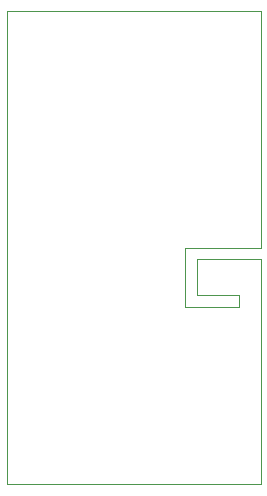
<source format=gbr>
G04 #@! TF.GenerationSoftware,KiCad,Pcbnew,(5.1.9)-1*
G04 #@! TF.CreationDate,2021-06-19T22:19:12+01:00*
G04 #@! TF.ProjectId,temp_sensor,74656d70-5f73-4656-9e73-6f722e6b6963,rev?*
G04 #@! TF.SameCoordinates,Original*
G04 #@! TF.FileFunction,Profile,NP*
%FSLAX46Y46*%
G04 Gerber Fmt 4.6, Leading zero omitted, Abs format (unit mm)*
G04 Created by KiCad (PCBNEW (5.1.9)-1) date 2021-06-19 22:19:12*
%MOMM*%
%LPD*%
G01*
G04 APERTURE LIST*
G04 #@! TA.AperFunction,Profile*
%ADD10C,0.050000*%
G04 #@! TD*
G04 APERTURE END LIST*
D10*
X68700000Y-65500000D02*
X68700000Y-66500000D01*
X64100000Y-66500000D02*
X68700000Y-66500000D01*
X65100000Y-65500000D02*
X68700000Y-65500000D01*
X64100000Y-61500000D02*
X66000000Y-61500000D01*
X64100000Y-66500000D02*
X64100000Y-61500000D01*
X65100000Y-62500000D02*
X65100000Y-65500000D01*
X67000000Y-62500000D02*
X65100000Y-62500000D01*
X70500000Y-61500000D02*
X70500000Y-41500000D01*
X70500000Y-81500000D02*
X70500000Y-62500000D01*
X66000000Y-61500000D02*
X70500000Y-61500000D01*
X70500000Y-62500000D02*
X67000000Y-62500000D01*
X49000000Y-81500000D02*
X66500000Y-81500000D01*
X49000000Y-41500000D02*
X49000000Y-81500000D01*
X70500000Y-41500000D02*
X49000000Y-41500000D01*
X66500000Y-81500000D02*
X70500000Y-81500000D01*
M02*

</source>
